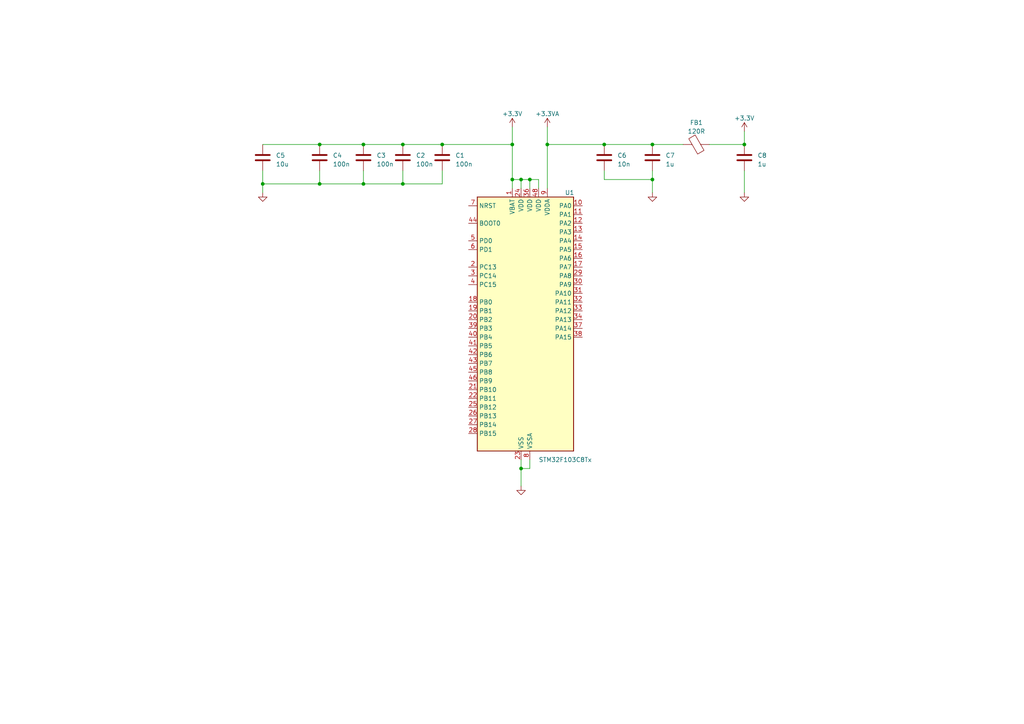
<source format=kicad_sch>
(kicad_sch (version 20230121) (generator eeschema)
  (paper "A4")
  (lib_symbols
    (symbol "Device:C" (pin_numbers hide) (pin_names (offset 0.254))
      (property "Reference" "C" (at 0.635 2.54 0))
      (property "Value" "C" (at 0.635 -2.54 0))
      (symbol "C_0_1"
        (polyline (pts (xy -2.032 -0.762) (xy 2.032 -0.762)) (stroke (width 0.508)))
        (polyline (pts (xy -2.032 0.762) (xy 2.032 0.762)) (stroke (width 0.508)))
      )
      (symbol "C_1_1"
        (pin passive line (at 0 3.81 270) (length 2.794) (name "~") (number "1"))
        (pin passive line (at 0 -3.81 90) (length 2.794) (name "~") (number "2"))
      )
    )
    (symbol "Device:FerriteBead" (pin_numbers hide) (pin_names (offset 0))
      (property "Reference" "FB" (at -3.81 0.635 90))
      (property "Value" "FerriteBead" (at 3.81 0 90))
      (symbol "FerriteBead_0_1"
        (polyline (pts (xy 0 -1.27) (xy 0 -1.2192)))
        (polyline (pts (xy 0 1.27) (xy 0 1.2954)))
        (polyline (pts (xy -2.7686 0.4064) (xy -1.7018 2.2606) (xy 2.7686 -0.3048) (xy 1.6764 -2.159) (xy -2.7686 0.4064)))
      )
      (symbol "FerriteBead_1_1"
        (pin passive line (at 0 3.81 270) (length 2.54) (name "~") (number "1"))
        (pin passive line (at 0 -3.81 90) (length 2.54) (name "~") (number "2"))
      )
    )
    (symbol "MCU_ST_STM32F1:STM32F103C8Tx"
      (property "Reference" "U" (at -12.7 39.37 0))
      (property "Value" "STM32F103C8Tx" (at 10.16 39.37 0))
      (symbol "STM32F103C8Tx_0_1"
        (rectangle (start -12.7 -35.56) (end 15.24 38.1) (stroke (width 0.254)) (fill (type background)))
      )
      (symbol "STM32F103C8Tx_1_1"
        (pin power_in line (at -2.54 40.64 270) (length 2.54) (name "VBAT") (number "1"))
        (pin bidirectional line (at 17.78 35.56 180) (length 2.54) (name "PA0") (number "10"))
        (pin bidirectional line (at 17.78 33.02 180) (length 2.54) (name "PA1") (number "11"))
        (pin bidirectional line (at 17.78 30.48 180) (length 2.54) (name "PA2") (number "12"))
        (pin bidirectional line (at 17.78 27.94 180) (length 2.54) (name "PA3") (number "13"))
        (pin bidirectional line (at 17.78 25.4 180) (length 2.54) (name "PA4") (number "14"))
        (pin bidirectional line (at 17.78 22.86 180) (length 2.54) (name "PA5") (number "15"))
        (pin bidirectional line (at 17.78 20.32 180) (length 2.54) (name "PA6") (number "16"))
        (pin bidirectional line (at 17.78 17.78 180) (length 2.54) (name "PA7") (number "17"))
        (pin bidirectional line (at -15.24 7.62 0) (length 2.54) (name "PB0") (number "18"))
        (pin bidirectional line (at -15.24 5.08 0) (length 2.54) (name "PB1") (number "19"))
        (pin bidirectional line (at -15.24 17.78 0) (length 2.54) (name "PC13") (number "2"))
        (pin bidirectional line (at -15.24 2.54 0) (length 2.54) (name "PB2") (number "20"))
        (pin bidirectional line (at -15.24 -17.78 0) (length 2.54) (name "PB10") (number "21"))
        (pin bidirectional line (at -15.24 -20.32 0) (length 2.54) (name "PB11") (number "22"))
        (pin power_in line (at 0 -38.1 90) (length 2.54) (name "VSS") (number "23"))
        (pin power_in line (at 0 40.64 270) (length 2.54) (name "VDD") (number "24"))
        (pin bidirectional line (at -15.24 -22.86 0) (length 2.54) (name "PB12") (number "25"))
        (pin bidirectional line (at -15.24 -25.4 0) (length 2.54) (name "PB13") (number "26"))
        (pin bidirectional line (at -15.24 -27.94 0) (length 2.54) (name "PB14") (number "27"))
        (pin bidirectional line (at -15.24 -30.48 0) (length 2.54) (name "PB15") (number "28"))
        (pin bidirectional line (at 17.78 15.24 180) (length 2.54) (name "PA8") (number "29"))
        (pin bidirectional line (at -15.24 15.24 0) (length 2.54) (name "PC14") (number "3"))
        (pin bidirectional line (at 17.78 12.7 180) (length 2.54) (name "PA9") (number "30"))
        (pin bidirectional line (at 17.78 10.16 180) (length 2.54) (name "PA10") (number "31"))
        (pin bidirectional line (at 17.78 7.62 180) (length 2.54) (name "PA11") (number "32"))
        (pin bidirectional line (at 17.78 5.08 180) (length 2.54) (name "PA12") (number "33"))
        (pin bidirectional line (at 17.78 2.54 180) (length 2.54) (name "PA13") (number "34"))
        (pin passive line (at 0 -38.1 90) (length 2.54) hide (name "VSS") (number "35"))
        (pin power_in line (at 2.54 40.64 270) (length 2.54) (name "VDD") (number "36"))
        (pin bidirectional line (at 17.78 0 180) (length 2.54) (name "PA14") (number "37"))
        (pin bidirectional line (at 17.78 -2.54 180) (length 2.54) (name "PA15") (number "38"))
        (pin bidirectional line (at -15.24 0 0) (length 2.54) (name "PB3") (number "39"))
        (pin bidirectional line (at -15.24 12.7 0) (length 2.54) (name "PC15") (number "4"))
        (pin bidirectional line (at -15.24 -2.54 0) (length 2.54) (name "PB4") (number "40"))
        (pin bidirectional line (at -15.24 -5.08 0) (length 2.54) (name "PB5") (number "41"))
        (pin bidirectional line (at -15.24 -7.62 0) (length 2.54) (name "PB6") (number "42"))
        (pin bidirectional line (at -15.24 -10.16 0) (length 2.54) (name "PB7") (number "43"))
        (pin input line (at -15.24 30.48 0) (length 2.54) (name "BOOT0") (number "44"))
        (pin bidirectional line (at -15.24 -12.7 0) (length 2.54) (name "PB8") (number "45"))
        (pin bidirectional line (at -15.24 -15.24 0) (length 2.54) (name "PB9") (number "46"))
        (pin passive line (at 0 -38.1 90) (length 2.54) hide (name "VSS") (number "47"))
        (pin power_in line (at 5.08 40.64 270) (length 2.54) (name "VDD") (number "48"))
        (pin bidirectional line (at -15.24 25.4 0) (length 2.54) (name "PD0") (number "5"))
        (pin bidirectional line (at -15.24 22.86 0) (length 2.54) (name "PD1") (number "6"))
        (pin input line (at -15.24 35.56 0) (length 2.54) (name "NRST") (number "7"))
        (pin power_in line (at 2.54 -38.1 90) (length 2.54) (name "VSSA") (number "8"))
        (pin power_in line (at 7.62 40.64 270) (length 2.54) (name "VDDA") (number "9"))
      )
    )
    (symbol "power:+3.3V" (power) (pin_names (offset 0))
      (property "Value" "+3.3V" (at 0 3.556 0))
      (symbol "+3.3V_0_1"
        (polyline (pts (xy -0.762 1.27) (xy 0 2.54)))
        (polyline (pts (xy 0 0) (xy 0 2.54)))
        (polyline (pts (xy 0 2.54) (xy 0.762 1.27)))
      )
      (symbol "+3.3V_1_1"
        (pin power_in line (at 0 0 90) (length 0) hide (name "+3.3V") (number "1"))
      )
    )
    (symbol "power:+3.3VA" (power) (pin_names (offset 0))
      (property "Value" "+3.3VA" (at 0 3.556 0))
      (symbol "+3.3VA_0_1"
        (polyline (pts (xy -0.762 1.27) (xy 0 2.54)))
        (polyline (pts (xy 0 0) (xy 0 2.54)))
        (polyline (pts (xy 0 2.54) (xy 0.762 1.27)))
      )
      (symbol "+3.3VA_1_1"
        (pin power_in line (at 0 0 90) (length 0) hide (name "+3.3VA") (number "1"))
      )
    )
    (symbol "power:GND" (power) (pin_names (offset 0))
      (property "Value" "GND" (at 0 -3.81 0))
      (symbol "GND_0_1"
        (polyline (pts (xy 0 0) (xy 0 -1.27) (xy 1.27 -1.27) (xy 0 -2.54) (xy -1.27 -1.27) (xy 0 -1.27)))
      )
      (symbol "GND_1_1"
        (pin power_in line (at 0 0 270) (length 0) hide (name "GND") (number "1"))
      )
    )
  )
  (junction (at 76.2 53.34))
  (junction (at 128.27 41.91))
  (junction (at 151.13 52.07))
  (junction (at 153.67 52.07))
  (junction (at 105.41 41.91))
  (junction (at 148.59 52.07))
  (junction (at 148.59 41.91))
  (junction (at 92.71 41.91))
  (junction (at 151.13 135.89))
  (junction (at 116.84 41.91))
  (junction (at 189.23 52.07))
  (junction (at 158.75 41.91))
  (junction (at 175.26 41.91))
  (junction (at 105.41 53.34))
  (junction (at 215.9 41.91))
  (junction (at 92.71 53.34))
  (junction (at 189.23 41.91))
  (junction (at 116.84 53.34))
  (wire (pts (xy 76.2 49.53) (xy 76.2 53.34)))
  (wire (pts (xy 116.84 41.91) (xy 128.27 41.91)))
  (wire (pts (xy 158.75 41.91) (xy 158.75 54.61)))
  (wire (pts (xy 128.27 53.34) (xy 116.84 53.34)))
  (wire (pts (xy 189.23 49.53) (xy 189.23 52.07)))
  (wire (pts (xy 189.23 52.07) (xy 189.23 55.88)))
  (wire (pts (xy 92.71 53.34) (xy 105.41 53.34)))
  (wire (pts (xy 105.41 49.53) (xy 105.41 53.34)))
  (wire (pts (xy 116.84 49.53) (xy 116.84 53.34)))
  (wire (pts (xy 92.71 41.91) (xy 105.41 41.91)))
  (wire (pts (xy 215.9 49.53) (xy 215.9 55.88)))
  (wire (pts (xy 189.23 41.91) (xy 198.12 41.91)))
  (wire (pts (xy 105.41 41.91) (xy 116.84 41.91)))
  (wire (pts (xy 156.21 52.07) (xy 153.67 52.07)))
  (wire (pts (xy 128.27 49.53) (xy 128.27 53.34)))
  (wire (pts (xy 158.75 41.91) (xy 175.26 41.91)))
  (wire (pts (xy 156.21 54.61) (xy 156.21 52.07)))
  (wire (pts (xy 215.9 38.1) (xy 215.9 41.91)))
  (wire (pts (xy 151.13 135.89) (xy 151.13 140.97)))
  (wire (pts (xy 76.2 53.34) (xy 76.2 55.88)))
  (wire (pts (xy 153.67 52.07) (xy 151.13 52.07)))
  (wire (pts (xy 148.59 36.83) (xy 148.59 41.91)))
  (wire (pts (xy 175.26 41.91) (xy 189.23 41.91)))
  (wire (pts (xy 148.59 52.07) (xy 148.59 54.61)))
  (wire (pts (xy 175.26 49.53) (xy 175.26 52.07)))
  (wire (pts (xy 105.41 53.34) (xy 116.84 53.34)))
  (wire (pts (xy 153.67 135.89) (xy 151.13 135.89)))
  (wire (pts (xy 151.13 133.35) (xy 151.13 135.89)))
  (wire (pts (xy 148.59 41.91) (xy 148.59 52.07)))
  (wire (pts (xy 92.71 49.53) (xy 92.71 53.34)))
  (wire (pts (xy 151.13 52.07) (xy 151.13 54.61)))
  (wire (pts (xy 153.67 133.35) (xy 153.67 135.89)))
  (wire (pts (xy 151.13 52.07) (xy 148.59 52.07)))
  (wire (pts (xy 205.74 41.91) (xy 215.9 41.91)))
  (wire (pts (xy 175.26 52.07) (xy 189.23 52.07)))
  (wire (pts (xy 153.67 52.07) (xy 153.67 54.61)))
  (wire (pts (xy 158.75 36.83) (xy 158.75 41.91)))
  (wire (pts (xy 76.2 41.91) (xy 92.71 41.91)))
  (wire (pts (xy 128.27 41.91) (xy 148.59 41.91)))
  (wire (pts (xy 76.2 53.34) (xy 92.71 53.34)))
  (symbol (lib_id "MCU_ST_STM32F1:STM32F103C8Tx") (at 151.13 95.25 0) (unit 1)
    (property "Reference" "U1" (at 163.83 55.88 0) (effects (justify left)))
    (property "Value" "STM32F103C8Tx" (at 156.21 133.35 0) (effects (justify left)))
    (property "Footprint" "Package_QFP:LQFP-48_7x7mm_P0.5mm" (effects hide))
    (property "Datasheet" "https://www.st.com/resource/en/datasheet/stm32f103c8.pdf" (effects hide))
  )
  (symbol (lib_id "power:GND") (at 189.23 55.88 0) (unit 1)
    (property "Reference" "#PWR07" (effects hide))
    (property "Value" "GND" (effects hide))
  )
  (symbol (lib_id "Device:C") (at 76.2 45.72 0) (unit 1)
    (property "Reference" "C5" (at 80.01 45.085 0) (effects (justify left)))
    (property "Value" "10u" (at 80.01 47.625 0) (effects (justify left)))
  )
  (symbol (lib_id "power:+3.3V") (at 148.59 36.83 0) (unit 1)
    (property "Reference" "#PWR02" (effects hide))
    (property "Value" "+3.3V" (at 148.59 33.02 0))
  )
  (symbol (lib_id "Device:C") (at 105.41 45.72 0) (unit 1)
    (property "Reference" "C3" (at 109.22 45.085 0) (effects (justify left)))
    (property "Value" "100n" (at 109.22 47.625 0) (effects (justify left)))
  )
  (symbol (lib_id "Device:C") (at 175.26 45.72 0) (unit 1)
    (property "Reference" "C6" (at 179.07 45.085 0) (effects (justify left)))
    (property "Value" "10n" (at 179.07 47.625 0) (effects (justify left)))
  )
  (symbol (lib_id "Device:C") (at 215.9 45.72 0) (unit 1)
    (property "Reference" "C8" (at 219.71 45.085 0) (effects (justify left)))
    (property "Value" "1u" (at 219.71 47.625 0) (effects (justify left)))
  )
  (symbol (lib_id "Device:C") (at 128.27 45.72 0) (unit 1)
    (property "Reference" "C1" (at 132.08 45.085 0) (effects (justify left)))
    (property "Value" "100n" (at 132.08 47.625 0) (effects (justify left)))
  )
  (symbol (lib_id "Device:FerriteBead") (at 201.93 41.91 270) (mirror x) (unit 1)
    (property "Reference" "FB1" (at 201.9808 35.56 90))
    (property "Value" "120R" (at 201.9808 38.1 90))
  )
  (symbol (lib_id "Device:C") (at 189.23 45.72 0) (unit 1)
    (property "Reference" "C7" (at 193.04 45.085 0) (effects (justify left)))
    (property "Value" "1u" (at 193.04 47.625 0) (effects (justify left)))
  )
  (symbol (lib_id "power:GND") (at 76.2 55.88 0) (unit 1)
    (property "Reference" "#PWR03" (effects hide))
    (property "Value" "GND" (effects hide))
  )
  (symbol (lib_id "Device:C") (at 116.84 45.72 0) (unit 1)
    (property "Reference" "C2" (at 120.65 45.085 0) (effects (justify left)))
    (property "Value" "100n" (at 120.65 47.625 0) (effects (justify left)))
  )
  (symbol (lib_id "power:GND") (at 215.9 55.88 0) (unit 1)
    (property "Reference" "#PWR05" (effects hide))
    (property "Value" "GND" (effects hide))
  )
  (symbol (lib_id "power:+3.3V") (at 215.9 38.1 0) (unit 1)
    (property "Reference" "#PWR06" (effects hide))
    (property "Value" "+3.3V" (at 215.9 34.29 0))
  )
  (symbol (lib_id "power:+3.3VA") (at 158.75 36.83 0) (unit 1)
    (property "Reference" "#PWR04" (effects hide))
    (property "Value" "+3.3VA" (at 158.75 33.02 0))
  )
  (symbol (lib_id "power:GND") (at 151.13 140.97 0) (unit 1)
    (property "Reference" "#PWR01" (effects hide))
    (property "Value" "GND" (effects hide))
  )
  (symbol (lib_id "Device:C") (at 92.71 45.72 0) (unit 1)
    (property "Reference" "C4" (at 96.52 45.085 0) (effects (justify left)))
    (property "Value" "100n" (at 96.52 47.625 0) (effects (justify left)))
  )
)
</source>
